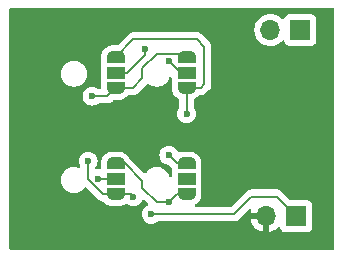
<source format=gbl>
G04 #@! TF.GenerationSoftware,KiCad,Pcbnew,8.0.1*
G04 #@! TF.CreationDate,2024-03-31T17:01:24-05:00*
G04 #@! TF.ProjectId,minimidi_v1,6d696e69-6d69-4646-995f-76312e6b6963,rev?*
G04 #@! TF.SameCoordinates,Original*
G04 #@! TF.FileFunction,Copper,L2,Bot*
G04 #@! TF.FilePolarity,Positive*
%FSLAX46Y46*%
G04 Gerber Fmt 4.6, Leading zero omitted, Abs format (unit mm)*
G04 Created by KiCad (PCBNEW 8.0.1) date 2024-03-31 17:01:24*
%MOMM*%
%LPD*%
G01*
G04 APERTURE LIST*
G04 Aperture macros list*
%AMFreePoly0*
4,1,19,0.550000,-0.750000,0.000000,-0.750000,0.000000,-0.744911,-0.071157,-0.744911,-0.207708,-0.704816,-0.327430,-0.627875,-0.420627,-0.520320,-0.479746,-0.390866,-0.500000,-0.250000,-0.500000,0.250000,-0.479746,0.390866,-0.420627,0.520320,-0.327430,0.627875,-0.207708,0.704816,-0.071157,0.744911,0.000000,0.744911,0.000000,0.750000,0.550000,0.750000,0.550000,-0.750000,0.550000,-0.750000,
$1*%
%AMFreePoly1*
4,1,19,0.000000,0.744911,0.071157,0.744911,0.207708,0.704816,0.327430,0.627875,0.420627,0.520320,0.479746,0.390866,0.500000,0.250000,0.500000,-0.250000,0.479746,-0.390866,0.420627,-0.520320,0.327430,-0.627875,0.207708,-0.704816,0.071157,-0.744911,0.000000,-0.744911,0.000000,-0.750000,-0.550000,-0.750000,-0.550000,0.750000,0.000000,0.750000,0.000000,0.744911,0.000000,0.744911,
$1*%
G04 Aperture macros list end*
G04 #@! TA.AperFunction,ComponentPad*
%ADD10R,1.700000X1.700000*%
G04 #@! TD*
G04 #@! TA.AperFunction,ComponentPad*
%ADD11O,1.700000X1.700000*%
G04 #@! TD*
G04 #@! TA.AperFunction,SMDPad,CuDef*
%ADD12FreePoly0,270.000000*%
G04 #@! TD*
G04 #@! TA.AperFunction,SMDPad,CuDef*
%ADD13R,1.500000X1.000000*%
G04 #@! TD*
G04 #@! TA.AperFunction,SMDPad,CuDef*
%ADD14FreePoly1,270.000000*%
G04 #@! TD*
G04 #@! TA.AperFunction,ViaPad*
%ADD15C,0.600000*%
G04 #@! TD*
G04 #@! TA.AperFunction,Conductor*
%ADD16C,0.200000*%
G04 #@! TD*
G04 APERTURE END LIST*
D10*
X145635686Y-85882340D03*
D11*
X143095686Y-85882340D03*
D10*
X145294475Y-101670687D03*
D11*
X142754475Y-101670687D03*
D12*
X130000000Y-97200000D03*
D13*
X130000000Y-98500000D03*
D14*
X130000000Y-99800000D03*
D12*
X136000000Y-88200000D03*
D13*
X136000000Y-89500000D03*
D14*
X136000000Y-90800000D03*
D12*
X136000000Y-97200000D03*
D13*
X136000000Y-98500000D03*
D14*
X136000000Y-99800000D03*
D12*
X130000000Y-88200000D03*
D13*
X130000000Y-89500000D03*
D14*
X130000000Y-90800000D03*
D15*
X128500000Y-98500000D03*
X134500000Y-100500000D03*
X134500000Y-96500000D03*
X127668098Y-97000000D03*
X131500000Y-100000000D03*
X128000000Y-91500000D03*
X136000000Y-93000000D03*
X134500000Y-88500000D03*
X132500000Y-87500000D03*
X136000000Y-98500000D03*
X133000000Y-101500000D03*
X124000000Y-94000000D03*
D16*
X130000000Y-98500000D02*
X128500000Y-98500000D01*
X130755000Y-97200000D02*
X132268098Y-98713098D01*
X130000000Y-97200000D02*
X130755000Y-97200000D01*
X132268098Y-99268098D02*
X133500000Y-100500000D01*
X133500000Y-100500000D02*
X134500000Y-100500000D01*
X135200000Y-99800000D02*
X134500000Y-100500000D01*
X132268098Y-98713098D02*
X132268098Y-99268098D01*
X136000000Y-99800000D02*
X135200000Y-99800000D01*
X128951471Y-99800000D02*
X130000000Y-99800000D01*
X127668098Y-98516627D02*
X128951471Y-99800000D01*
X135200000Y-97200000D02*
X134500000Y-96500000D01*
X130000000Y-99800000D02*
X131300000Y-99800000D01*
X136000000Y-97200000D02*
X135200000Y-97200000D01*
X127668098Y-97000000D02*
X127668098Y-98516627D01*
X131300000Y-99800000D02*
X131500000Y-100000000D01*
X132268098Y-89102944D02*
X133471042Y-87900000D01*
X132268098Y-89986902D02*
X132268098Y-89102944D01*
X133471042Y-87900000D02*
X135700000Y-87900000D01*
X128000000Y-91500000D02*
X129300000Y-91500000D01*
X130000000Y-90800000D02*
X131455000Y-90800000D01*
X129300000Y-91500000D02*
X130000000Y-90800000D01*
X131455000Y-90800000D02*
X132268098Y-89986902D01*
X131505000Y-86695000D02*
X136876336Y-86695000D01*
X137200000Y-90800000D02*
X136000000Y-90800000D01*
X137500000Y-87318664D02*
X137500000Y-90500000D01*
X136876336Y-86695000D02*
X137500000Y-87318664D01*
X130000000Y-88200000D02*
X131505000Y-86695000D01*
X136000000Y-90800000D02*
X136000000Y-93000000D01*
X137500000Y-90500000D02*
X137200000Y-90800000D01*
X135500000Y-89500000D02*
X134500000Y-88500000D01*
X132500000Y-88000000D02*
X132500000Y-87500000D01*
X131000000Y-89500000D02*
X132500000Y-88000000D01*
X130000000Y-89500000D02*
X131000000Y-89500000D01*
X140000000Y-101500000D02*
X141500000Y-100000000D01*
X141500000Y-100000000D02*
X143623788Y-100000000D01*
X133000000Y-101500000D02*
X140000000Y-101500000D01*
X143623788Y-100000000D02*
X145294475Y-101670687D01*
G04 #@! TA.AperFunction,Conductor*
G36*
X148442539Y-84020185D02*
G01*
X148488294Y-84072989D01*
X148499500Y-84124500D01*
X148499500Y-104375500D01*
X148479815Y-104442539D01*
X148427011Y-104488294D01*
X148375500Y-104499500D01*
X121124500Y-104499500D01*
X121057461Y-104479815D01*
X121011706Y-104427011D01*
X121000500Y-104375500D01*
X121000500Y-98686611D01*
X125367598Y-98686611D01*
X125394696Y-98857701D01*
X125441075Y-99000441D01*
X125448226Y-99022447D01*
X125461179Y-99047868D01*
X125526866Y-99176788D01*
X125628684Y-99316928D01*
X125751170Y-99439414D01*
X125891310Y-99541232D01*
X126045653Y-99619873D01*
X126210397Y-99673402D01*
X126381487Y-99700500D01*
X126381488Y-99700500D01*
X126554708Y-99700500D01*
X126554709Y-99700500D01*
X126725799Y-99673402D01*
X126890543Y-99619873D01*
X127044886Y-99541232D01*
X127185026Y-99439414D01*
X127307512Y-99316928D01*
X127353321Y-99253876D01*
X127408650Y-99211213D01*
X127478263Y-99205234D01*
X127540058Y-99237840D01*
X127541312Y-99239076D01*
X128582755Y-100280520D01*
X128582757Y-100280521D01*
X128582761Y-100280524D01*
X128672703Y-100332451D01*
X128719687Y-100359577D01*
X128872414Y-100400501D01*
X128883244Y-100400501D01*
X128950283Y-100420186D01*
X128976956Y-100443297D01*
X129037209Y-100512832D01*
X129081161Y-100550916D01*
X129145864Y-100606981D01*
X129145867Y-100606984D01*
X129145869Y-100606985D01*
X129145870Y-100606986D01*
X129266906Y-100684770D01*
X129266914Y-100684774D01*
X129266923Y-100684779D01*
X129391642Y-100741736D01*
X129395941Y-100743985D01*
X129443171Y-100757853D01*
X129535744Y-100785035D01*
X129535745Y-100785035D01*
X129535748Y-100785036D01*
X129578183Y-100791136D01*
X129678059Y-100805497D01*
X129734399Y-100805497D01*
X129734409Y-100805500D01*
X129785764Y-100805500D01*
X130265573Y-100805500D01*
X130265601Y-100805497D01*
X130321940Y-100805497D01*
X130321941Y-100805497D01*
X130455479Y-100786297D01*
X130455481Y-100786297D01*
X130461940Y-100785368D01*
X130464256Y-100785035D01*
X130464257Y-100785035D01*
X130602309Y-100744498D01*
X130733094Y-100684770D01*
X130843594Y-100613756D01*
X130910632Y-100594072D01*
X130977671Y-100613757D01*
X130992262Y-100625515D01*
X130992295Y-100625475D01*
X130997737Y-100629815D01*
X130997738Y-100629816D01*
X131063575Y-100671184D01*
X131132721Y-100714632D01*
X131150478Y-100725789D01*
X131288860Y-100774211D01*
X131320745Y-100785368D01*
X131320750Y-100785369D01*
X131499996Y-100805565D01*
X131500000Y-100805565D01*
X131500004Y-100805565D01*
X131679249Y-100785369D01*
X131679252Y-100785368D01*
X131679255Y-100785368D01*
X131849522Y-100725789D01*
X132002262Y-100629816D01*
X132129816Y-100502262D01*
X132225789Y-100349522D01*
X132231762Y-100332449D01*
X132272482Y-100275674D01*
X132337434Y-100249924D01*
X132405996Y-100263379D01*
X132436486Y-100285721D01*
X132714277Y-100563513D01*
X132747762Y-100624836D01*
X132742778Y-100694528D01*
X132700906Y-100750461D01*
X132667555Y-100768234D01*
X132650480Y-100774209D01*
X132497737Y-100870184D01*
X132370184Y-100997737D01*
X132274211Y-101150476D01*
X132214631Y-101320745D01*
X132214630Y-101320750D01*
X132194435Y-101499996D01*
X132194435Y-101500003D01*
X132214630Y-101679249D01*
X132214631Y-101679254D01*
X132274211Y-101849523D01*
X132370184Y-102002262D01*
X132497738Y-102129816D01*
X132650478Y-102225789D01*
X132820745Y-102285368D01*
X132820750Y-102285369D01*
X132999996Y-102305565D01*
X133000000Y-102305565D01*
X133000004Y-102305565D01*
X133179249Y-102285369D01*
X133179252Y-102285368D01*
X133179255Y-102285368D01*
X133349522Y-102225789D01*
X133502262Y-102129816D01*
X133502267Y-102129810D01*
X133505097Y-102127555D01*
X133507275Y-102126665D01*
X133508158Y-102126111D01*
X133508255Y-102126265D01*
X133569783Y-102101145D01*
X133582412Y-102100500D01*
X139913331Y-102100500D01*
X139913347Y-102100501D01*
X139920943Y-102100501D01*
X140079054Y-102100501D01*
X140079057Y-102100501D01*
X140231785Y-102059577D01*
X140281904Y-102030639D01*
X140368716Y-101980520D01*
X140480520Y-101868716D01*
X140480520Y-101868714D01*
X140490728Y-101858507D01*
X140490729Y-101858504D01*
X141279983Y-101069251D01*
X141341305Y-101035767D01*
X141410997Y-101040751D01*
X141466930Y-101082623D01*
X141491347Y-101148087D01*
X141481475Y-101201598D01*
X141482894Y-101202115D01*
X141481042Y-101207200D01*
X141423839Y-101420686D01*
X141423839Y-101420687D01*
X142321463Y-101420687D01*
X142288550Y-101477694D01*
X142254475Y-101604861D01*
X142254475Y-101736513D01*
X142288550Y-101863680D01*
X142321463Y-101920687D01*
X141423839Y-101920687D01*
X141481042Y-102134173D01*
X141481045Y-102134179D01*
X141580874Y-102348265D01*
X141716369Y-102541769D01*
X141883392Y-102708792D01*
X142076896Y-102844287D01*
X142290982Y-102944116D01*
X142290991Y-102944120D01*
X142504475Y-103001321D01*
X142504475Y-102103699D01*
X142561482Y-102136612D01*
X142688649Y-102170687D01*
X142820301Y-102170687D01*
X142947468Y-102136612D01*
X143004475Y-102103699D01*
X143004475Y-103001320D01*
X143217958Y-102944120D01*
X143217967Y-102944116D01*
X143432053Y-102844287D01*
X143625553Y-102708795D01*
X143747608Y-102586740D01*
X143808931Y-102553255D01*
X143878623Y-102558239D01*
X143934557Y-102600110D01*
X143951472Y-102631088D01*
X144000677Y-102763015D01*
X144000681Y-102763022D01*
X144086927Y-102878231D01*
X144086930Y-102878234D01*
X144202139Y-102964480D01*
X144202146Y-102964484D01*
X144336992Y-103014778D01*
X144336991Y-103014778D01*
X144343919Y-103015522D01*
X144396602Y-103021187D01*
X146192347Y-103021186D01*
X146251958Y-103014778D01*
X146386806Y-102964483D01*
X146502021Y-102878233D01*
X146588271Y-102763018D01*
X146638566Y-102628170D01*
X146644975Y-102568560D01*
X146644974Y-100772815D01*
X146638566Y-100713204D01*
X146631600Y-100694528D01*
X146588272Y-100578358D01*
X146588268Y-100578351D01*
X146502022Y-100463142D01*
X146502019Y-100463139D01*
X146386810Y-100376893D01*
X146386803Y-100376889D01*
X146251957Y-100326595D01*
X146251958Y-100326595D01*
X146192358Y-100320188D01*
X146192356Y-100320187D01*
X146192348Y-100320187D01*
X146192340Y-100320187D01*
X144844572Y-100320187D01*
X144777533Y-100300502D01*
X144756891Y-100283868D01*
X144111378Y-99638355D01*
X144111376Y-99638352D01*
X143992505Y-99519481D01*
X143992497Y-99519475D01*
X143890724Y-99460717D01*
X143890722Y-99460716D01*
X143855578Y-99440425D01*
X143855577Y-99440424D01*
X143843051Y-99437067D01*
X143702845Y-99399499D01*
X143544731Y-99399499D01*
X143537135Y-99399499D01*
X143537119Y-99399500D01*
X141420940Y-99399500D01*
X141380019Y-99410464D01*
X141380019Y-99410465D01*
X141342751Y-99420451D01*
X141268214Y-99440423D01*
X141268209Y-99440426D01*
X141131290Y-99519475D01*
X141131282Y-99519481D01*
X141030893Y-99619871D01*
X141019480Y-99631284D01*
X141019478Y-99631286D01*
X140387386Y-100263379D01*
X139787584Y-100863181D01*
X139726261Y-100896666D01*
X139699903Y-100899500D01*
X136821273Y-100899500D01*
X136754234Y-100879815D01*
X136708479Y-100827011D01*
X136698535Y-100757853D01*
X136727560Y-100694297D01*
X136754232Y-100671185D01*
X136854130Y-100606986D01*
X136861616Y-100600500D01*
X136918839Y-100550916D01*
X136962791Y-100512832D01*
X136962794Y-100512829D01*
X137057015Y-100404091D01*
X137125059Y-100298210D01*
X137134744Y-100283142D01*
X137134744Y-100283140D01*
X137134747Y-100283137D01*
X137194517Y-100152259D01*
X137235024Y-100014304D01*
X137255500Y-99871889D01*
X137255500Y-99250000D01*
X137250355Y-99178060D01*
X137246892Y-99166269D01*
X137245539Y-99115441D01*
X137243261Y-99115197D01*
X137244089Y-99107485D01*
X137244091Y-99107483D01*
X137250500Y-99047873D01*
X137250499Y-97952128D01*
X137244091Y-97892517D01*
X137244089Y-97892513D01*
X137243853Y-97891511D01*
X137243760Y-97889442D01*
X137243262Y-97884804D01*
X137243552Y-97884772D01*
X137241791Y-97845346D01*
X137255500Y-97750000D01*
X137255500Y-97128111D01*
X137235024Y-96985696D01*
X137194517Y-96847741D01*
X137134747Y-96716863D01*
X137110577Y-96679254D01*
X137060623Y-96601523D01*
X137059802Y-96600081D01*
X137057011Y-96595901D01*
X136962792Y-96487169D01*
X136962789Y-96487166D01*
X136854135Y-96393018D01*
X136854132Y-96393015D01*
X136818605Y-96370184D01*
X136733094Y-96315230D01*
X136733087Y-96315227D01*
X136733081Y-96315223D01*
X136608356Y-96258263D01*
X136604057Y-96256014D01*
X136464261Y-96214966D01*
X136464251Y-96214963D01*
X136336300Y-96196567D01*
X136321941Y-96194503D01*
X136321940Y-96194503D01*
X136265601Y-96194503D01*
X136265591Y-96194500D01*
X136214236Y-96194500D01*
X135785764Y-96194500D01*
X135734427Y-96194500D01*
X135734399Y-96194503D01*
X135678059Y-96194503D01*
X135544521Y-96213703D01*
X135544519Y-96213703D01*
X135535744Y-96214964D01*
X135397684Y-96255504D01*
X135396709Y-96255868D01*
X135396361Y-96255892D01*
X135393442Y-96256750D01*
X135393255Y-96256114D01*
X135327017Y-96260847D01*
X135265697Y-96227358D01*
X135236342Y-96180637D01*
X135225788Y-96150476D01*
X135129815Y-95997737D01*
X135002262Y-95870184D01*
X134849523Y-95774211D01*
X134679254Y-95714631D01*
X134679249Y-95714630D01*
X134500004Y-95694435D01*
X134499996Y-95694435D01*
X134320750Y-95714630D01*
X134320745Y-95714631D01*
X134150476Y-95774211D01*
X133997737Y-95870184D01*
X133870184Y-95997737D01*
X133774211Y-96150476D01*
X133714631Y-96320745D01*
X133714630Y-96320750D01*
X133694435Y-96499996D01*
X133694435Y-96500003D01*
X133714630Y-96679249D01*
X133714631Y-96679254D01*
X133774211Y-96849523D01*
X133859772Y-96985691D01*
X133870184Y-97002262D01*
X133997738Y-97129816D01*
X134150478Y-97225789D01*
X134320745Y-97285368D01*
X134407669Y-97295161D01*
X134472080Y-97322226D01*
X134481465Y-97330700D01*
X134708181Y-97557416D01*
X134741666Y-97618739D01*
X134744500Y-97645097D01*
X134744500Y-97750002D01*
X134749645Y-97821941D01*
X134753107Y-97833732D01*
X134754470Y-97884561D01*
X134756738Y-97884805D01*
X134755909Y-97892517D01*
X134749501Y-97952123D01*
X134749500Y-97952135D01*
X134749500Y-98199554D01*
X134729815Y-98266593D01*
X134677011Y-98312348D01*
X134607853Y-98322292D01*
X134544297Y-98293267D01*
X134507569Y-98237872D01*
X134487971Y-98177555D01*
X134409330Y-98023212D01*
X134307512Y-97883072D01*
X134185026Y-97760586D01*
X134044886Y-97658768D01*
X133890543Y-97580127D01*
X133725799Y-97526598D01*
X133725797Y-97526597D01*
X133725796Y-97526597D01*
X133585413Y-97504363D01*
X133554709Y-97499500D01*
X133381487Y-97499500D01*
X133350783Y-97504363D01*
X133210400Y-97526597D01*
X133045650Y-97580128D01*
X132891309Y-97658768D01*
X132825686Y-97706447D01*
X132751170Y-97760586D01*
X132751168Y-97760588D01*
X132751167Y-97760588D01*
X132628683Y-97883072D01*
X132570366Y-97963338D01*
X132515036Y-98006003D01*
X132445422Y-98011981D01*
X132383628Y-97979374D01*
X132382368Y-97978132D01*
X131242590Y-96838355D01*
X131242588Y-96838352D01*
X131162038Y-96757802D01*
X131136924Y-96721632D01*
X131134747Y-96716863D01*
X131060623Y-96601523D01*
X131059802Y-96600081D01*
X131057011Y-96595901D01*
X130962792Y-96487169D01*
X130962789Y-96487166D01*
X130854135Y-96393018D01*
X130854132Y-96393015D01*
X130818605Y-96370184D01*
X130733094Y-96315230D01*
X130733087Y-96315227D01*
X130733081Y-96315223D01*
X130608356Y-96258263D01*
X130604057Y-96256014D01*
X130464261Y-96214966D01*
X130464251Y-96214963D01*
X130336300Y-96196567D01*
X130321941Y-96194503D01*
X130321940Y-96194503D01*
X130265601Y-96194503D01*
X130265591Y-96194500D01*
X130214236Y-96194500D01*
X129785764Y-96194500D01*
X129734427Y-96194500D01*
X129734399Y-96194503D01*
X129678059Y-96194503D01*
X129544521Y-96213703D01*
X129544519Y-96213703D01*
X129535744Y-96214964D01*
X129397686Y-96255503D01*
X129266918Y-96315223D01*
X129266908Y-96315228D01*
X129266906Y-96315230D01*
X129258317Y-96320750D01*
X129145867Y-96393015D01*
X129145863Y-96393018D01*
X129037226Y-96487152D01*
X129037207Y-96487169D01*
X129037206Y-96487171D01*
X128942985Y-96595909D01*
X128942983Y-96595911D01*
X128942983Y-96595912D01*
X128942981Y-96595915D01*
X128865255Y-96716857D01*
X128865252Y-96716863D01*
X128805483Y-96847741D01*
X128764977Y-96985691D01*
X128764974Y-96985703D01*
X128744500Y-97128110D01*
X128744500Y-97583227D01*
X128724815Y-97650266D01*
X128672011Y-97696021D01*
X128606617Y-97706447D01*
X128500004Y-97694435D01*
X128499996Y-97694435D01*
X128407059Y-97704906D01*
X128338237Y-97692851D01*
X128286858Y-97645502D01*
X128269234Y-97577892D01*
X128290961Y-97511486D01*
X128296237Y-97504363D01*
X128297900Y-97502275D01*
X128297914Y-97502262D01*
X128393887Y-97349522D01*
X128453466Y-97179255D01*
X128453467Y-97179249D01*
X128473663Y-97000003D01*
X128473663Y-96999996D01*
X128453467Y-96820750D01*
X128453466Y-96820745D01*
X128431441Y-96757802D01*
X128393887Y-96650478D01*
X128359596Y-96595905D01*
X128299335Y-96500000D01*
X128297914Y-96497738D01*
X128170360Y-96370184D01*
X128017621Y-96274211D01*
X127847352Y-96214631D01*
X127847347Y-96214630D01*
X127668102Y-96194435D01*
X127668094Y-96194435D01*
X127488848Y-96214630D01*
X127488843Y-96214631D01*
X127318574Y-96274211D01*
X127165835Y-96370184D01*
X127038282Y-96497737D01*
X126942309Y-96650476D01*
X126882729Y-96820745D01*
X126882728Y-96820750D01*
X126862533Y-96999996D01*
X126862533Y-97000003D01*
X126882728Y-97179249D01*
X126882729Y-97179254D01*
X126942309Y-97349524D01*
X126955697Y-97370831D01*
X126974696Y-97438068D01*
X126954327Y-97504903D01*
X126901058Y-97550116D01*
X126831801Y-97559352D01*
X126812393Y-97554734D01*
X126725799Y-97526598D01*
X126554709Y-97499500D01*
X126381487Y-97499500D01*
X126350783Y-97504363D01*
X126210400Y-97526597D01*
X126045650Y-97580128D01*
X125891309Y-97658768D01*
X125825686Y-97706447D01*
X125751170Y-97760586D01*
X125751168Y-97760588D01*
X125751167Y-97760588D01*
X125628686Y-97883069D01*
X125628686Y-97883070D01*
X125628684Y-97883072D01*
X125584957Y-97943256D01*
X125526866Y-98023211D01*
X125448226Y-98177552D01*
X125394695Y-98342302D01*
X125367598Y-98513389D01*
X125367598Y-98686611D01*
X121000500Y-98686611D01*
X121000500Y-91500003D01*
X127194435Y-91500003D01*
X127214630Y-91679249D01*
X127214631Y-91679254D01*
X127274211Y-91849523D01*
X127370184Y-92002262D01*
X127497738Y-92129816D01*
X127650478Y-92225789D01*
X127820745Y-92285368D01*
X127820750Y-92285369D01*
X127999996Y-92305565D01*
X128000000Y-92305565D01*
X128000004Y-92305565D01*
X128179249Y-92285369D01*
X128179252Y-92285368D01*
X128179255Y-92285368D01*
X128349522Y-92225789D01*
X128502262Y-92129816D01*
X128502267Y-92129810D01*
X128505097Y-92127555D01*
X128507275Y-92126665D01*
X128508158Y-92126111D01*
X128508255Y-92126265D01*
X128569783Y-92101145D01*
X128582412Y-92100500D01*
X129213331Y-92100500D01*
X129213347Y-92100501D01*
X129220943Y-92100501D01*
X129379054Y-92100501D01*
X129379057Y-92100501D01*
X129531785Y-92059577D01*
X129581904Y-92030639D01*
X129668716Y-91980520D01*
X129780520Y-91868716D01*
X129780520Y-91868714D01*
X129790728Y-91858507D01*
X129790729Y-91858504D01*
X129807418Y-91841815D01*
X129868743Y-91808333D01*
X129895097Y-91805500D01*
X130265573Y-91805500D01*
X130265601Y-91805497D01*
X130321940Y-91805497D01*
X130321941Y-91805497D01*
X130455479Y-91786297D01*
X130455481Y-91786297D01*
X130461612Y-91785415D01*
X130464256Y-91785035D01*
X130464257Y-91785035D01*
X130602309Y-91744498D01*
X130733094Y-91684770D01*
X130854130Y-91606986D01*
X130962791Y-91512832D01*
X130962794Y-91512829D01*
X130990671Y-91480656D01*
X131023043Y-91443298D01*
X131081821Y-91405523D01*
X131116756Y-91400500D01*
X131368331Y-91400500D01*
X131368347Y-91400501D01*
X131375943Y-91400501D01*
X131534054Y-91400501D01*
X131534057Y-91400501D01*
X131686785Y-91359577D01*
X131736904Y-91330639D01*
X131823716Y-91280520D01*
X131935520Y-91168716D01*
X131935520Y-91168714D01*
X131945728Y-91158507D01*
X131945730Y-91158504D01*
X132626271Y-90477962D01*
X132687592Y-90444479D01*
X132757284Y-90449463D01*
X132786835Y-90465327D01*
X132880046Y-90533048D01*
X132891310Y-90541232D01*
X133045653Y-90619873D01*
X133210397Y-90673402D01*
X133381487Y-90700500D01*
X133381488Y-90700500D01*
X133554708Y-90700500D01*
X133554709Y-90700500D01*
X133725799Y-90673402D01*
X133890543Y-90619873D01*
X134044886Y-90541232D01*
X134185026Y-90439414D01*
X134307512Y-90316928D01*
X134409330Y-90176788D01*
X134487971Y-90022445D01*
X134507570Y-89962123D01*
X134547005Y-89904450D01*
X134611364Y-89877251D01*
X134680210Y-89889165D01*
X134731687Y-89936408D01*
X134749500Y-90000441D01*
X134749500Y-90047868D01*
X134749501Y-90047874D01*
X134755909Y-90107490D01*
X134756147Y-90108494D01*
X134756238Y-90110550D01*
X134756738Y-90115194D01*
X134756447Y-90115225D01*
X134758208Y-90154652D01*
X134744500Y-90249999D01*
X134744500Y-90871889D01*
X134764974Y-91014296D01*
X134764976Y-91014304D01*
X134805483Y-91152259D01*
X134812999Y-91168716D01*
X134865252Y-91283136D01*
X134865253Y-91283138D01*
X134939376Y-91398476D01*
X134940196Y-91399917D01*
X134942988Y-91404098D01*
X135037207Y-91512830D01*
X135037210Y-91512833D01*
X135145864Y-91606981D01*
X135145867Y-91606984D01*
X135145869Y-91606985D01*
X135145870Y-91606986D01*
X135266906Y-91684770D01*
X135266914Y-91684774D01*
X135266923Y-91684779D01*
X135327011Y-91712220D01*
X135379815Y-91757975D01*
X135399500Y-91825014D01*
X135399500Y-92417587D01*
X135379815Y-92484626D01*
X135372450Y-92494896D01*
X135370186Y-92497734D01*
X135274211Y-92650476D01*
X135214631Y-92820745D01*
X135214630Y-92820750D01*
X135194435Y-92999996D01*
X135194435Y-93000003D01*
X135214630Y-93179249D01*
X135214631Y-93179254D01*
X135274211Y-93349523D01*
X135370184Y-93502262D01*
X135497738Y-93629816D01*
X135650478Y-93725789D01*
X135820745Y-93785368D01*
X135820750Y-93785369D01*
X135999996Y-93805565D01*
X136000000Y-93805565D01*
X136000004Y-93805565D01*
X136179249Y-93785369D01*
X136179252Y-93785368D01*
X136179255Y-93785368D01*
X136349522Y-93725789D01*
X136502262Y-93629816D01*
X136629816Y-93502262D01*
X136725789Y-93349522D01*
X136785368Y-93179255D01*
X136805565Y-93000000D01*
X136785368Y-92820745D01*
X136725789Y-92650478D01*
X136629816Y-92497738D01*
X136629814Y-92497736D01*
X136629813Y-92497734D01*
X136627550Y-92494896D01*
X136626659Y-92492715D01*
X136626111Y-92491842D01*
X136626264Y-92491745D01*
X136601144Y-92430209D01*
X136600500Y-92417587D01*
X136600500Y-91825014D01*
X136620185Y-91757975D01*
X136672989Y-91712220D01*
X136733076Y-91684779D01*
X136733081Y-91684775D01*
X136733094Y-91684770D01*
X136854130Y-91606986D01*
X136962791Y-91512832D01*
X136962794Y-91512829D01*
X136973908Y-91500003D01*
X137023042Y-91443299D01*
X137081819Y-91405524D01*
X137116755Y-91400501D01*
X137279054Y-91400501D01*
X137279057Y-91400501D01*
X137431785Y-91359577D01*
X137481904Y-91330639D01*
X137568716Y-91280520D01*
X137680520Y-91168716D01*
X137680520Y-91168714D01*
X137690728Y-91158507D01*
X137690730Y-91158504D01*
X137858506Y-90990728D01*
X137858511Y-90990724D01*
X137868714Y-90980520D01*
X137868716Y-90980520D01*
X137980520Y-90868716D01*
X138035082Y-90774211D01*
X138059577Y-90731785D01*
X138100500Y-90579057D01*
X138100500Y-90420943D01*
X138100500Y-87239607D01*
X138096970Y-87226431D01*
X138059577Y-87086879D01*
X138008111Y-86997738D01*
X137980520Y-86949948D01*
X137868716Y-86838144D01*
X137868715Y-86838143D01*
X137864385Y-86833813D01*
X137864374Y-86833803D01*
X137363926Y-86333355D01*
X137363924Y-86333352D01*
X137245053Y-86214481D01*
X137245052Y-86214480D01*
X137158240Y-86164360D01*
X137158240Y-86164359D01*
X137158236Y-86164358D01*
X137108121Y-86135423D01*
X136955393Y-86094499D01*
X136797279Y-86094499D01*
X136789683Y-86094499D01*
X136789667Y-86094500D01*
X131425940Y-86094500D01*
X131385019Y-86105464D01*
X131385019Y-86105465D01*
X131347751Y-86115451D01*
X131273214Y-86135423D01*
X131273209Y-86135426D01*
X131136290Y-86214475D01*
X131136282Y-86214481D01*
X131024480Y-86326284D01*
X131024478Y-86326286D01*
X130597023Y-86753742D01*
X130192584Y-87158181D01*
X130131261Y-87191666D01*
X130104903Y-87194500D01*
X129734427Y-87194500D01*
X129734399Y-87194503D01*
X129678059Y-87194503D01*
X129544521Y-87213703D01*
X129544519Y-87213703D01*
X129535744Y-87214964D01*
X129397686Y-87255503D01*
X129266918Y-87315223D01*
X129266908Y-87315228D01*
X129266906Y-87315230D01*
X129233253Y-87336857D01*
X129145867Y-87393015D01*
X129145863Y-87393018D01*
X129037226Y-87487152D01*
X129037207Y-87487169D01*
X129037206Y-87487171D01*
X128942985Y-87595909D01*
X128942983Y-87595911D01*
X128942983Y-87595912D01*
X128942981Y-87595915D01*
X128865255Y-87716857D01*
X128865252Y-87716863D01*
X128805483Y-87847741D01*
X128764977Y-87985691D01*
X128764974Y-87985703D01*
X128744500Y-88128110D01*
X128744500Y-88750002D01*
X128749645Y-88821941D01*
X128753107Y-88833732D01*
X128754470Y-88884561D01*
X128756738Y-88884805D01*
X128749501Y-88952116D01*
X128749500Y-88952135D01*
X128749500Y-90047870D01*
X128749501Y-90047874D01*
X128755909Y-90107490D01*
X128756147Y-90108494D01*
X128756238Y-90110550D01*
X128756738Y-90115194D01*
X128756447Y-90115225D01*
X128758208Y-90154652D01*
X128744500Y-90249999D01*
X128744500Y-90775500D01*
X128724815Y-90842539D01*
X128672011Y-90888294D01*
X128620500Y-90899500D01*
X128582412Y-90899500D01*
X128515373Y-90879815D01*
X128505097Y-90872445D01*
X128502263Y-90870185D01*
X128502262Y-90870184D01*
X128445496Y-90834515D01*
X128349523Y-90774211D01*
X128179254Y-90714631D01*
X128179249Y-90714630D01*
X128000004Y-90694435D01*
X127999996Y-90694435D01*
X127820750Y-90714630D01*
X127820745Y-90714631D01*
X127650476Y-90774211D01*
X127497737Y-90870184D01*
X127370184Y-90997737D01*
X127274211Y-91150476D01*
X127214631Y-91320745D01*
X127214630Y-91320750D01*
X127194435Y-91499996D01*
X127194435Y-91500003D01*
X121000500Y-91500003D01*
X121000500Y-89686611D01*
X125367598Y-89686611D01*
X125394696Y-89857701D01*
X125448225Y-90022445D01*
X125526866Y-90176788D01*
X125628684Y-90316928D01*
X125751170Y-90439414D01*
X125891310Y-90541232D01*
X126045653Y-90619873D01*
X126210397Y-90673402D01*
X126381487Y-90700500D01*
X126381488Y-90700500D01*
X126554708Y-90700500D01*
X126554709Y-90700500D01*
X126725799Y-90673402D01*
X126890543Y-90619873D01*
X127044886Y-90541232D01*
X127185026Y-90439414D01*
X127307512Y-90316928D01*
X127409330Y-90176788D01*
X127487971Y-90022445D01*
X127541500Y-89857701D01*
X127568598Y-89686611D01*
X127568598Y-89513389D01*
X127541500Y-89342299D01*
X127487971Y-89177555D01*
X127409330Y-89023212D01*
X127307512Y-88883072D01*
X127185026Y-88760586D01*
X127044886Y-88658768D01*
X126890543Y-88580127D01*
X126725799Y-88526598D01*
X126725797Y-88526597D01*
X126725796Y-88526597D01*
X126594369Y-88505781D01*
X126554709Y-88499500D01*
X126381487Y-88499500D01*
X126341826Y-88505781D01*
X126210400Y-88526597D01*
X126045650Y-88580128D01*
X125891309Y-88658768D01*
X125811354Y-88716859D01*
X125751170Y-88760586D01*
X125751168Y-88760588D01*
X125751167Y-88760588D01*
X125628686Y-88883069D01*
X125628686Y-88883070D01*
X125628684Y-88883072D01*
X125627425Y-88884805D01*
X125526866Y-89023211D01*
X125448226Y-89177552D01*
X125394695Y-89342302D01*
X125367598Y-89513389D01*
X125367598Y-89686611D01*
X121000500Y-89686611D01*
X121000500Y-85882340D01*
X141740027Y-85882340D01*
X141760622Y-86117743D01*
X141760624Y-86117753D01*
X141821780Y-86345995D01*
X141821782Y-86345999D01*
X141821783Y-86346003D01*
X141906185Y-86527003D01*
X141921651Y-86560170D01*
X141921653Y-86560174D01*
X142029967Y-86714861D01*
X142057191Y-86753741D01*
X142224285Y-86920835D01*
X142321070Y-86988605D01*
X142417851Y-87056372D01*
X142417853Y-87056373D01*
X142417856Y-87056375D01*
X142632023Y-87156243D01*
X142632029Y-87156244D01*
X142632030Y-87156245D01*
X142686971Y-87170966D01*
X142860278Y-87217403D01*
X143036720Y-87232840D01*
X143095685Y-87237999D01*
X143095686Y-87237999D01*
X143095687Y-87237999D01*
X143154652Y-87232840D01*
X143331094Y-87217403D01*
X143559349Y-87156243D01*
X143773516Y-87056375D01*
X143967087Y-86920835D01*
X144089015Y-86798906D01*
X144150334Y-86765424D01*
X144220026Y-86770408D01*
X144275960Y-86812279D01*
X144292875Y-86843257D01*
X144341888Y-86974668D01*
X144341892Y-86974675D01*
X144428138Y-87089884D01*
X144428141Y-87089887D01*
X144543350Y-87176133D01*
X144543357Y-87176137D01*
X144678203Y-87226431D01*
X144678202Y-87226431D01*
X144685130Y-87227175D01*
X144737813Y-87232840D01*
X146533558Y-87232839D01*
X146593169Y-87226431D01*
X146728017Y-87176136D01*
X146843232Y-87089886D01*
X146929482Y-86974671D01*
X146979777Y-86839823D01*
X146986186Y-86780213D01*
X146986185Y-84984468D01*
X146979777Y-84924857D01*
X146978496Y-84921423D01*
X146929483Y-84790011D01*
X146929479Y-84790004D01*
X146843233Y-84674795D01*
X146843230Y-84674792D01*
X146728021Y-84588546D01*
X146728014Y-84588542D01*
X146593168Y-84538248D01*
X146593169Y-84538248D01*
X146533569Y-84531841D01*
X146533567Y-84531840D01*
X146533559Y-84531840D01*
X146533550Y-84531840D01*
X144737815Y-84531840D01*
X144737809Y-84531841D01*
X144678202Y-84538248D01*
X144543357Y-84588542D01*
X144543350Y-84588546D01*
X144428141Y-84674792D01*
X144428138Y-84674795D01*
X144341892Y-84790004D01*
X144341889Y-84790009D01*
X144292875Y-84921423D01*
X144251003Y-84977356D01*
X144185539Y-85001773D01*
X144117266Y-84986921D01*
X144089012Y-84965770D01*
X143967088Y-84843846D01*
X143967081Y-84843841D01*
X143773520Y-84708307D01*
X143773516Y-84708305D01*
X143773514Y-84708304D01*
X143559349Y-84608437D01*
X143559345Y-84608436D01*
X143559341Y-84608434D01*
X143331099Y-84547278D01*
X143331089Y-84547276D01*
X143095687Y-84526681D01*
X143095685Y-84526681D01*
X142860282Y-84547276D01*
X142860272Y-84547278D01*
X142632030Y-84608434D01*
X142632021Y-84608438D01*
X142417857Y-84708304D01*
X142417855Y-84708305D01*
X142224283Y-84843845D01*
X142057191Y-85010937D01*
X141921651Y-85204509D01*
X141921650Y-85204511D01*
X141821784Y-85418675D01*
X141821780Y-85418684D01*
X141760624Y-85646926D01*
X141760622Y-85646936D01*
X141740027Y-85882339D01*
X141740027Y-85882340D01*
X121000500Y-85882340D01*
X121000500Y-84124500D01*
X121020185Y-84057461D01*
X121072989Y-84011706D01*
X121124500Y-84000500D01*
X148375500Y-84000500D01*
X148442539Y-84020185D01*
G37*
G04 #@! TD.AperFunction*
M02*

</source>
